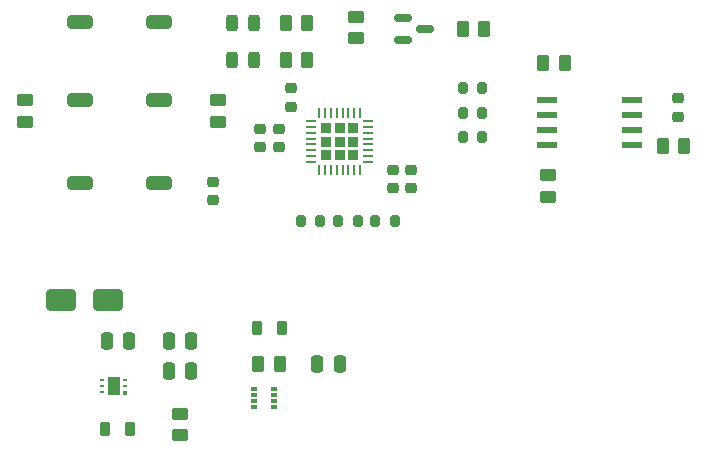
<source format=gtp>
G04 #@! TF.GenerationSoftware,KiCad,Pcbnew,9.0.0*
G04 #@! TF.CreationDate,2025-04-30T01:10:54-03:00*
G04 #@! TF.ProjectId,hw_rfid,68775f72-6669-4642-9e6b-696361645f70,rev?*
G04 #@! TF.SameCoordinates,Original*
G04 #@! TF.FileFunction,Paste,Top*
G04 #@! TF.FilePolarity,Positive*
%FSLAX46Y46*%
G04 Gerber Fmt 4.6, Leading zero omitted, Abs format (unit mm)*
G04 Created by KiCad (PCBNEW 9.0.0) date 2025-04-30 01:10:54*
%MOMM*%
%LPD*%
G01*
G04 APERTURE LIST*
G04 Aperture macros list*
%AMRoundRect*
0 Rectangle with rounded corners*
0 $1 Rounding radius*
0 $2 $3 $4 $5 $6 $7 $8 $9 X,Y pos of 4 corners*
0 Add a 4 corners polygon primitive as box body*
4,1,4,$2,$3,$4,$5,$6,$7,$8,$9,$2,$3,0*
0 Add four circle primitives for the rounded corners*
1,1,$1+$1,$2,$3*
1,1,$1+$1,$4,$5*
1,1,$1+$1,$6,$7*
1,1,$1+$1,$8,$9*
0 Add four rect primitives between the rounded corners*
20,1,$1+$1,$2,$3,$4,$5,0*
20,1,$1+$1,$4,$5,$6,$7,0*
20,1,$1+$1,$6,$7,$8,$9,0*
20,1,$1+$1,$8,$9,$2,$3,0*%
G04 Aperture macros list end*
%ADD10RoundRect,0.250000X-0.262500X-0.450000X0.262500X-0.450000X0.262500X0.450000X-0.262500X0.450000X0*%
%ADD11RoundRect,0.250000X-0.250000X-0.475000X0.250000X-0.475000X0.250000X0.475000X-0.250000X0.475000X0*%
%ADD12R,0.475000X0.300000*%
%ADD13RoundRect,0.225000X-0.250000X0.225000X-0.250000X-0.225000X0.250000X-0.225000X0.250000X0.225000X0*%
%ADD14RoundRect,0.250000X0.450000X-0.262500X0.450000X0.262500X-0.450000X0.262500X-0.450000X-0.262500X0*%
%ADD15RoundRect,0.218750X-0.218750X-0.381250X0.218750X-0.381250X0.218750X0.381250X-0.218750X0.381250X0*%
%ADD16RoundRect,0.250000X-0.830000X-0.310000X0.830000X-0.310000X0.830000X0.310000X-0.830000X0.310000X0*%
%ADD17RoundRect,0.200000X-0.200000X-0.275000X0.200000X-0.275000X0.200000X0.275000X-0.200000X0.275000X0*%
%ADD18RoundRect,0.225000X0.250000X-0.225000X0.250000X0.225000X-0.250000X0.225000X-0.250000X-0.225000X0*%
%ADD19RoundRect,0.200000X0.200000X0.275000X-0.200000X0.275000X-0.200000X-0.275000X0.200000X-0.275000X0*%
%ADD20RoundRect,0.250000X0.262500X0.450000X-0.262500X0.450000X-0.262500X-0.450000X0.262500X-0.450000X0*%
%ADD21RoundRect,0.072500X-0.782500X-0.217500X0.782500X-0.217500X0.782500X0.217500X-0.782500X0.217500X0*%
%ADD22RoundRect,0.243750X-0.243750X-0.456250X0.243750X-0.456250X0.243750X0.456250X-0.243750X0.456250X0*%
%ADD23RoundRect,0.250000X-0.450000X0.262500X-0.450000X-0.262500X0.450000X-0.262500X0.450000X0.262500X0*%
%ADD24R,0.450000X0.350000*%
%ADD25R,0.450000X0.250000*%
%ADD26R,1.000000X1.600000*%
%ADD27R,0.900000X0.100000*%
%ADD28RoundRect,0.250000X1.000000X0.650000X-1.000000X0.650000X-1.000000X-0.650000X1.000000X-0.650000X0*%
%ADD29RoundRect,0.150000X-0.587500X-0.150000X0.587500X-0.150000X0.587500X0.150000X-0.587500X0.150000X0*%
%ADD30RoundRect,0.232500X-0.232500X-0.232500X0.232500X-0.232500X0.232500X0.232500X-0.232500X0.232500X0*%
%ADD31RoundRect,0.062500X-0.375000X-0.062500X0.375000X-0.062500X0.375000X0.062500X-0.375000X0.062500X0*%
%ADD32RoundRect,0.062500X-0.062500X-0.375000X0.062500X-0.375000X0.062500X0.375000X-0.062500X0.375000X0*%
G04 APERTURE END LIST*
D10*
X105600000Y-114300000D03*
X103775000Y-114300000D03*
D11*
X110650000Y-114330000D03*
X108750000Y-114330000D03*
D12*
X103387000Y-116475000D03*
X103387000Y-116975000D03*
X103387000Y-117475000D03*
X103387000Y-117975000D03*
X105063000Y-117975000D03*
X105063000Y-117475000D03*
X105063000Y-116975000D03*
X105063000Y-116475000D03*
D13*
X116696257Y-97875000D03*
X116696257Y-99425000D03*
X105539568Y-94450000D03*
X105539568Y-96000000D03*
D14*
X100375000Y-93812500D03*
X100375000Y-91987500D03*
D15*
X90812500Y-119800000D03*
X92937500Y-119800000D03*
D16*
X88635000Y-99000000D03*
X95365000Y-99000000D03*
D13*
X115150000Y-97875000D03*
X115150000Y-99425000D03*
D10*
X106087500Y-88575000D03*
X107912500Y-88575000D03*
D17*
X113675000Y-102250000D03*
X115325000Y-102250000D03*
D13*
X103950000Y-94425000D03*
X103950000Y-95975000D03*
D17*
X110550000Y-102250000D03*
X112200000Y-102250000D03*
D14*
X128320000Y-100180000D03*
X128320000Y-98355000D03*
D18*
X106500000Y-92550000D03*
X106500000Y-91000000D03*
D19*
X122750000Y-93050000D03*
X121100000Y-93050000D03*
D20*
X129732500Y-88855000D03*
X127907500Y-88855000D03*
D10*
X121087500Y-86000000D03*
X122912500Y-86000000D03*
D21*
X128190000Y-91950000D03*
X128190000Y-93220000D03*
X128190000Y-94490000D03*
X128190000Y-95760000D03*
X135450000Y-95760000D03*
X135450000Y-94490000D03*
X135450000Y-93220000D03*
X135450000Y-91950000D03*
D15*
X103625000Y-111252000D03*
X105750000Y-111252000D03*
D22*
X101562500Y-85500000D03*
X103437500Y-85500000D03*
D23*
X112000000Y-84950000D03*
X112000000Y-86775000D03*
D16*
X88635000Y-92000000D03*
X95365000Y-92000000D03*
D13*
X99950000Y-98925000D03*
X99950000Y-100475000D03*
D19*
X122750000Y-95150000D03*
X121100000Y-95150000D03*
D11*
X96200000Y-112375000D03*
X98100000Y-112375000D03*
X96200000Y-114950000D03*
X98100000Y-114950000D03*
D22*
X101562500Y-88575000D03*
X103437500Y-88575000D03*
D17*
X107350000Y-102250000D03*
X109000000Y-102250000D03*
D24*
X92500000Y-116775000D03*
D25*
X92500000Y-116225000D03*
X92500000Y-115725000D03*
X90550000Y-115725000D03*
X90550000Y-116225000D03*
X90550000Y-116725000D03*
D26*
X91525000Y-116225000D03*
D27*
X91525000Y-117075000D03*
X91525000Y-115375000D03*
D28*
X91050000Y-108950000D03*
X87050000Y-108950000D03*
D14*
X97150000Y-120362500D03*
X97150000Y-118537500D03*
D19*
X122750000Y-90950000D03*
X121100000Y-90950000D03*
D16*
X88635000Y-85400000D03*
X95365000Y-85400000D03*
D20*
X139820000Y-95855000D03*
X137995000Y-95855000D03*
D29*
X116000000Y-85000000D03*
X116000000Y-86900000D03*
X117875000Y-85950000D03*
D18*
X139320000Y-93405000D03*
X139320000Y-91855000D03*
D10*
X106087500Y-85500000D03*
X107912500Y-85500000D03*
D11*
X90925000Y-112425000D03*
X92825000Y-112425000D03*
D30*
X109500000Y-94350000D03*
X109500000Y-95500000D03*
X109500000Y-96650000D03*
X110650000Y-94350000D03*
X110650000Y-95500000D03*
X110650000Y-96650000D03*
X111800000Y-94350000D03*
X111800000Y-95500000D03*
X111800000Y-96650000D03*
D31*
X108212500Y-93750000D03*
X108212500Y-94250000D03*
X108212500Y-94750000D03*
X108212500Y-95250000D03*
X108212500Y-95750000D03*
X108212500Y-96250000D03*
X108212500Y-96750000D03*
X108212500Y-97250000D03*
D32*
X108900000Y-97937500D03*
X109400000Y-97937500D03*
X109900000Y-97937500D03*
X110400000Y-97937500D03*
X110900000Y-97937500D03*
X111400000Y-97937500D03*
X111900000Y-97937500D03*
X112400000Y-97937500D03*
D31*
X113087500Y-97250000D03*
X113087500Y-96750000D03*
X113087500Y-96250000D03*
X113087500Y-95750000D03*
X113087500Y-95250000D03*
X113087500Y-94750000D03*
X113087500Y-94250000D03*
X113087500Y-93750000D03*
D32*
X112400000Y-93062500D03*
X111900000Y-93062500D03*
X111400000Y-93062500D03*
X110900000Y-93062500D03*
X110400000Y-93062500D03*
X109900000Y-93062500D03*
X109400000Y-93062500D03*
X108900000Y-93062500D03*
D14*
X84025000Y-93812500D03*
X84025000Y-91987500D03*
M02*

</source>
